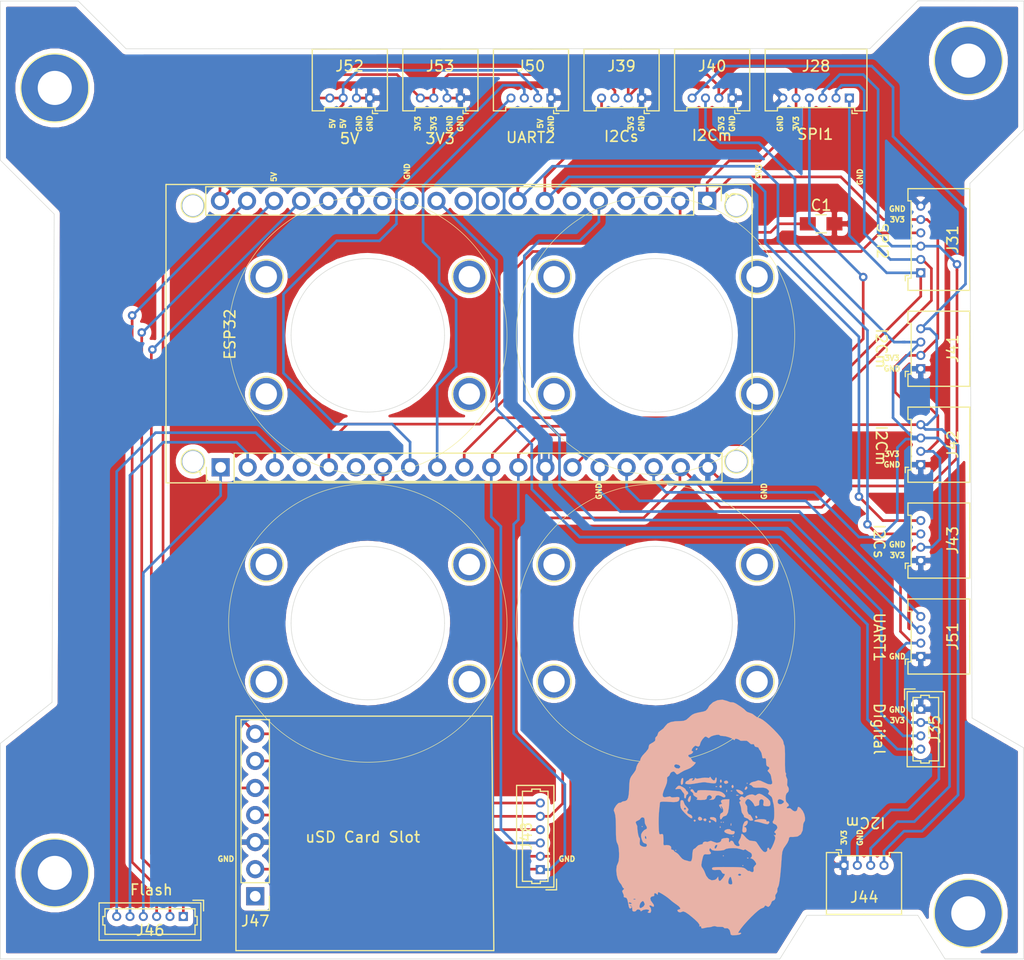
<source format=kicad_pcb>
(kicad_pcb (version 20171130) (host pcbnew "(5.1.2)-2")
  (layers (0 F.Cu signal) (31 B.Cu signal) (34 B.Paste user) (35 F.Paste user) (36 B.SilkS user) (37 F.SilkS user) (38 B.Mask user) (39 F.Mask user) (44 Edge.Cuts user))
  (net 0 "")
  (net 1 GND)
  (net 2 EN)
  (net 3 3V3)
  (net 4 34)
  (net 5 32)
  (net 6 33)
  (net 7 27)
  (net 8 D2)
  (net 9 D3)
  (net 10 CD_CMD)
  (net 11 5V)
  (net 12 23)
  (net 13 22)
  (net 14 TX)
  (net 15 RX)
  (net 16 21)
  (net 17 19)
  (net 18 18)
  (net 19 5)
  (net 20 17)
  (net 21 16)
  (net 22 2)
  (net 23 SD_SATA_1)
  (net 24 SD_DATA_0)
  (net 25 CD_CLK)
  (net 26 "Net-(J47-Pad1)")
  (net 27 "Net-(J3-Pad3)")
  (net 28 "Net-(J3-Pad4)")
  (net 29 "Net-(J3-Pad6)")
  (net 30 "Net-(J3-Pad9)")
  (net 31 "Net-(J3-Pad10)")
  (net 32 "Net-(J3-Pad12)")
  (net 33 "Net-(J3-Pad13)")
  (net 34 "Net-(J3-Pad15)")
  (net 35 "Net-(J6-Pad6)")
  (net 36 4)
  (net 37 "Net-(J6-Pad4)")
  (module Connectors:1pin (layer F.Cu) (at 51.9 64.7)
    (fp_text reference REF**)
    (fp_text value 1pin)
    (pad 1 thru_hole circle (at 0 0) (size 2.2 2.2) (drill 2) (layers *.Cu *.Mask))
  )
  (module Connectors:1pin (layer F.Cu) (at 51.9 40.7)
    (fp_text reference REF**)
    (fp_text value 1pin)
    (pad 1 thru_hole circle (at 0 0) (size 2.2 2.2) (drill 2) (layers *.Cu *.Mask))
  )
  (module Connectors:1pin (layer F.Cu) (at 102.9 64.7)
    (fp_text reference REF**)
    (fp_text value 1pin)
    (pad 1 thru_hole circle (at 0 0) (size 2.2 2.2) (drill 2) (layers *.Cu *.Mask))
  )
  (module Connectors:1pin (layer F.Cu) (at 102.9 40.7)
    (fp_text reference REF**)
    (fp_text value 1pin)
    (pad 1 thru_hole circle (at 0 0) (size 2.2 2.2) (drill 2) (layers *.Cu *.Mask))
  )
  (module Connectors_Molex:Molex_PicoBlade_53048-0410_04x1.25mm_Angled (layer F.Cu) (at 120.2 65 90)
    (fp_text reference J42 (at 1.9 3 90) (layer F.SilkS))
    (fp_text value Conn_01x04_Male)
    (pad 4 thru_hole circle (at 3.75 0 90) (size 0.85 0.85) (drill 0.5) (layers *.Cu *.Mask) (net 16 21))
    (pad 3 thru_hole circle (at 2.5 0 90) (size 0.85 0.85) (drill 0.5) (layers *.Cu *.Mask) (net 13 22))
    (pad 2 thru_hole circle (at 1.25 0 90) (size 0.85 0.85) (drill 0.5) (layers *.Cu *.Mask) (net 3 3V3))
    (pad 1 thru_hole rect (at 0 0 90) (size 0.85 0.85) (drill 0.5) (layers *.Cu *.Mask) (net 1 GND))
  )
  (module Connectors_Molex:Molex_PicoBlade_53047-0410_04x1.25mm_Straight (layer F.Cu) (at 120.2 87.95 270)
    (fp_text reference J35 (at 1.875 -1.3 90) (layer F.SilkS))
    (fp_text value Conn_01x04_Male)
    (pad 4 thru_hole circle (at 3.75 0 270) (size 0.85 0.85) (drill 0.5) (layers *.Cu *.Mask) (net 7 27))
    (pad 3 thru_hole circle (at 2.5 0 270) (size 0.85 0.85) (drill 0.5) (layers *.Cu *.Mask) (net 4 34))
    (pad 2 thru_hole circle (at 1.25 0 270) (size 0.85 0.85) (drill 0.5) (layers *.Cu *.Mask) (net 3 3V3))
    (pad 1 thru_hole rect (at 0 0 270) (size 0.85 0.85) (drill 0.5) (layers *.Cu *.Mask) (net 1 GND))
  )
  (module Connectors_Molex:Molex_PicoBlade_53048-0410_04x1.25mm_Angled (layer F.Cu) (at 94 30.6 180)
    (fp_text reference J39 (at 1.875 3) (layer F.SilkS))
    (fp_text value Conn_01x04_Male)
    (pad 1 thru_hole rect (at 0 0 180) (size 0.85 0.85) (drill 0.5) (layers *.Cu *.Mask) (net 1 GND))
    (pad 2 thru_hole circle (at 1.25 0 180) (size 0.85 0.85) (drill 0.5) (layers *.Cu *.Mask) (net 3 3V3))
    (pad 3 thru_hole circle (at 2.5 0 180) (size 0.85 0.85) (drill 0.5) (layers *.Cu *.Mask) (net 6 33))
    (pad 4 thru_hole circle (at 3.75 0 180) (size 0.85 0.85) (drill 0.5) (layers *.Cu *.Mask) (net 5 32))
  )
  (module L86:Marco_2 (layer B.Cu) (at 99.9 98.2 180)
    (fp_text reference G*** hide)
    (fp_text value LOGO hide)
  )
  (module Connectors:1pin (layer F.Cu) (at 104.840353 85.365848)
    (fp_text reference REF**)
    (fp_text value 1pin)
    (pad 1 thru_hole circle (at 0 0) (size 3 3) (drill 2) (layers *.Cu *.Mask))
  )
  (module Connectors:1pin (layer F.Cu) (at 85.787794 85.365848)
    (fp_text reference REF**)
    (fp_text value 1pin)
    (pad 1 thru_hole circle (at 0 0) (size 3 3) (drill 2) (layers *.Cu *.Mask))
  )
  (module Connectors:1pin (layer F.Cu) (at 85.787794 74.365848)
    (fp_text reference REF**)
    (fp_text value 1pin)
    (pad 1 thru_hole circle (at 0 0) (size 3 3) (drill 2) (layers *.Cu *.Mask))
  )
  (module Connectors:1pin (layer F.Cu) (at 77.840353 74.365848)
    (fp_text reference REF**)
    (fp_text value 1pin)
    (pad 1 thru_hole circle (at 0 0) (size 3 3) (drill 2) (layers *.Cu *.Mask))
  )
  (module Connectors:1pin (layer F.Cu) (at 77.840353 85.365848)
    (fp_text reference REF**)
    (fp_text value 1pin)
    (pad 1 thru_hole circle (at 0 0) (size 3 3) (drill 2) (layers *.Cu *.Mask))
  )
  (module Connectors:1pin (layer F.Cu) (at 58.787794 85.365848)
    (fp_text reference REF**)
    (fp_text value 1pin)
    (pad 1 thru_hole circle (at 0 0) (size 3 3) (drill 2) (layers *.Cu *.Mask))
  )
  (module Connectors:1pin (layer F.Cu) (at 58.787794 74.365848)
    (fp_text reference REF**)
    (fp_text value 1pin)
    (pad 1 thru_hole circle (at 0 0) (size 3 3) (drill 2) (layers *.Cu *.Mask))
  )
  (module Connectors:1pin (layer F.Cu) (at 104.840353 47.365848)
    (fp_text reference REF**)
    (fp_text value 1pin)
    (pad 1 thru_hole circle (at 0 0) (size 3 3) (drill 2) (layers *.Cu *.Mask))
  )
  (module Connectors:1pin (layer F.Cu) (at 104.840353 58.365848)
    (fp_text reference REF**)
    (fp_text value 1pin)
    (pad 1 thru_hole circle (at 0 0) (size 3 3) (drill 2) (layers *.Cu *.Mask))
  )
  (module Connectors:1pin (layer F.Cu) (at 85.787794 58.365848)
    (fp_text reference REF**)
    (fp_text value 1pin)
    (pad 1 thru_hole circle (at 0 0) (size 3 3) (drill 2) (layers *.Cu *.Mask))
  )
  (module Connectors:1pin (layer F.Cu) (at 85.787794 47.365848)
    (fp_text reference REF**)
    (fp_text value 1pin)
    (pad 1 thru_hole circle (at 0 0) (size 3 3) (drill 2) (layers *.Cu *.Mask))
  )
  (module Connectors:1pin (layer F.Cu) (at 77.840353 47.365848)
    (fp_text reference REF**)
    (fp_text value 1pin)
    (pad 1 thru_hole circle (at 0 0) (size 3 3) (drill 2) (layers *.Cu *.Mask))
  )
  (module Connectors:1pin (layer F.Cu) (at 77.840353 58.365848)
    (fp_text reference REF**)
    (fp_text value 1pin)
    (pad 1 thru_hole circle (at 0 0) (size 3 3) (drill 2) (layers *.Cu *.Mask))
  )
  (module Connectors:1pin (layer F.Cu) (at 58.787794 58.365848)
    (fp_text reference REF**)
    (fp_text value 1pin)
    (pad 1 thru_hole circle (at 0 0) (size 3 3) (drill 2) (layers *.Cu *.Mask))
  )
  (module Connectors:1pin (layer F.Cu) (at 58.787794 47.365848)
    (fp_text reference REF**)
    (fp_text value 1pin)
    (pad 1 thru_hole circle (at 0 0) (size 3 3) (drill 2) (layers *.Cu *.Mask))
  )
  (module Connectors:1pin (layer F.Cu) (at 104.840353 74.365848)
    (fp_text reference REF**)
    (fp_text value 1pin)
    (pad 1 thru_hole circle (at 0 0) (size 3 3) (drill 2) (layers *.Cu *.Mask))
  )
  (module Capacitors_SMD:C_0805_HandSoldering (layer F.Cu) (at 110.85 42.4)
    (fp_text reference C1 (at 0 -1.75) (layer F.SilkS))
    (fp_text value 10uF)
    (pad 2 smd rect (at 1.25 0) (size 1.5 1.25) (layers F.Cu F.Paste F.Mask) (net 1 GND))
    (pad 1 smd rect (at -1.25 0) (size 1.5 1.25) (layers F.Cu F.Paste F.Mask) (net 2 EN))
  )
  (module Connectors_Molex:Molex_PicoBlade_53048-0410_04x1.25mm_Angled (layer F.Cu) (at 120.2 74 90)
    (fp_text reference J43 (at 1.9 3 90) (layer F.SilkS))
    (fp_text value Conn_01x04_Male)
    (pad 1 thru_hole rect (at 0 0 90) (size 0.85 0.85) (drill 0.5) (layers *.Cu *.Mask) (net 1 GND))
    (pad 2 thru_hole circle (at 1.25 0 90) (size 0.85 0.85) (drill 0.5) (layers *.Cu *.Mask) (net 3 3V3))
    (pad 3 thru_hole circle (at 2.5 0 90) (size 0.85 0.85) (drill 0.5) (layers *.Cu *.Mask) (net 6 33))
    (pad 4 thru_hole circle (at 3.75 0 90) (size 0.85 0.85) (drill 0.5) (layers *.Cu *.Mask) (net 5 32))
  )
  (module Connectors:1pin (layer F.Cu) (at 38.94 29.65)
    (fp_text reference REF** hide)
    (fp_text value 1pin)
    (pad 1 thru_hole circle (at 0 0) (size 6.4 6.4) (drill 3.2) (layers *.Cu *.Mask))
  )
  (module Connectors:1pin (layer F.Cu) (at 38.94 103.31)
    (fp_text reference REF** hide)
    (fp_text value 1pin)
    (pad 1 thru_hole circle (at 0 0) (size 6.4 6.4) (drill 3.2) (layers *.Cu *.Mask))
  )
  (module Connectors:1pin (layer F.Cu) (at 124.67 27.09)
    (fp_text reference REF** hide)
    (fp_text value 1pin)
    (pad 1 thru_hole circle (at 0 0) (size 6.4 6.4) (drill 3.2) (layers *.Cu *.Mask))
  )
  (module Connectors:1pin (layer F.Cu) (at 124.66 107.1)
    (fp_text reference REF** hide)
    (fp_text value 1pin)
    (pad 1 thru_hole circle (at 0 0) (size 6.4 6.4) (drill 3.2) (layers *.Cu *.Mask))
  )
  (module Pin_Headers:Pin_Header_Straight_1x19_Pitch2.54mm (layer F.Cu) (at 100.16 40.25 270)
    (fp_text reference J3 (at 0 -2.33 90) (layer F.SilkS))
    (fp_text value Conn_01x19_Female)
    (pad 1 thru_hole rect (at 0 0 270) (size 1.7 1.7) (drill 1) (layers *.Cu *.Mask) (net 3 3V3))
    (pad 2 thru_hole oval (at 0 2.54 270) (size 1.7 1.7) (drill 1) (layers *.Cu *.Mask) (net 2 EN))
    (pad 3 thru_hole oval (at 0 5.08 270) (size 1.7 1.7) (drill 1) (layers *.Cu *.Mask) (net 27 "Net-(J3-Pad3)"))
    (pad 4 thru_hole oval (at 0 7.62 270) (size 1.7 1.7) (drill 1) (layers *.Cu *.Mask) (net 28 "Net-(J3-Pad4)"))
    (pad 5 thru_hole oval (at 0 10.16 270) (size 1.7 1.7) (drill 1) (layers *.Cu *.Mask) (net 4 34))
    (pad 6 thru_hole oval (at 0 12.7 270) (size 1.7 1.7) (drill 1) (layers *.Cu *.Mask) (net 29 "Net-(J3-Pad6)"))
    (pad 7 thru_hole oval (at 0 15.24 270) (size 1.7 1.7) (drill 1) (layers *.Cu *.Mask) (net 5 32))
    (pad 8 thru_hole oval (at 0 17.78 270) (size 1.7 1.7) (drill 1) (layers *.Cu *.Mask) (net 6 33))
    (pad 9 thru_hole oval (at 0 20.32 270) (size 1.7 1.7) (drill 1) (layers *.Cu *.Mask) (net 30 "Net-(J3-Pad9)"))
    (pad 10 thru_hole oval (at 0 22.86 270) (size 1.7 1.7) (drill 1) (layers *.Cu *.Mask) (net 31 "Net-(J3-Pad10)"))
    (pad 11 thru_hole oval (at 0 25.4 270) (size 1.7 1.7) (drill 1) (layers *.Cu *.Mask) (net 7 27))
    (pad 12 thru_hole oval (at 0 27.94 270) (size 1.7 1.7) (drill 1) (layers *.Cu *.Mask) (net 32 "Net-(J3-Pad12)"))
    (pad 13 thru_hole oval (at 0 30.48 270) (size 1.7 1.7) (drill 1) (layers *.Cu *.Mask) (net 33 "Net-(J3-Pad13)"))
    (pad 14 thru_hole oval (at 0 33.02 270) (size 1.7 1.7) (drill 1) (layers *.Cu *.Mask) (net 1 GND))
    (pad 15 thru_hole oval (at 0 35.56 270) (size 1.7 1.7) (drill 1) (layers *.Cu *.Mask) (net 34 "Net-(J3-Pad15)"))
    (pad 16 thru_hole oval (at 0 38.1 270) (size 1.7 1.7) (drill 1) (layers *.Cu *.Mask) (net 8 D2))
    (pad 17 thru_hole oval (at 0 40.64 270) (size 1.7 1.7) (drill 1) (layers *.Cu *.Mask) (net 9 D3))
    (pad 18 thru_hole oval (at 0 43.18 270) (size 1.7 1.7) (drill 1) (layers *.Cu *.Mask) (net 10 CD_CMD))
    (pad 19 thru_hole oval (at 0 45.72 270) (size 1.7 1.7) (drill 1) (layers *.Cu *.Mask) (net 11 5V))
  )
  (module Pin_Headers:Pin_Header_Straight_1x19_Pitch2.54mm (layer F.Cu) (at 54.5 65.25 90)
    (fp_text reference J6 (at 0 -2.33 90) (layer F.SilkS))
    (fp_text value Conn_01x19_Female)
    (pad 19 thru_hole oval (at 0 45.72 90) (size 1.7 1.7) (drill 1) (layers *.Cu *.Mask) (net 1 GND))
    (pad 18 thru_hole oval (at 0 43.18 90) (size 1.7 1.7) (drill 1) (layers *.Cu *.Mask) (net 12 23))
    (pad 17 thru_hole oval (at 0 40.64 90) (size 1.7 1.7) (drill 1) (layers *.Cu *.Mask) (net 13 22))
    (pad 16 thru_hole oval (at 0 38.1 90) (size 1.7 1.7) (drill 1) (layers *.Cu *.Mask) (net 14 TX))
    (pad 15 thru_hole oval (at 0 35.56 90) (size 1.7 1.7) (drill 1) (layers *.Cu *.Mask) (net 15 RX))
    (pad 14 thru_hole oval (at 0 33.02 90) (size 1.7 1.7) (drill 1) (layers *.Cu *.Mask) (net 16 21))
    (pad 13 thru_hole oval (at 0 30.48 90) (size 1.7 1.7) (drill 1) (layers *.Cu *.Mask) (net 1 GND))
    (pad 12 thru_hole oval (at 0 27.94 90) (size 1.7 1.7) (drill 1) (layers *.Cu *.Mask) (net 17 19))
    (pad 11 thru_hole oval (at 0 25.4 90) (size 1.7 1.7) (drill 1) (layers *.Cu *.Mask) (net 18 18))
    (pad 10 thru_hole oval (at 0 22.86 90) (size 1.7 1.7) (drill 1) (layers *.Cu *.Mask) (net 19 5))
    (pad 9 thru_hole oval (at 0 20.32 90) (size 1.7 1.7) (drill 1) (layers *.Cu *.Mask) (net 20 17))
    (pad 8 thru_hole oval (at 0 17.78 90) (size 1.7 1.7) (drill 1) (layers *.Cu *.Mask) (net 21 16))
    (pad 7 thru_hole oval (at 0 15.24 90) (size 1.7 1.7) (drill 1) (layers *.Cu *.Mask) (net 36 4))
    (pad 6 thru_hole oval (at 0 12.7 90) (size 1.7 1.7) (drill 1) (layers *.Cu *.Mask) (net 35 "Net-(J6-Pad6)"))
    (pad 5 thru_hole oval (at 0 10.16 90) (size 1.7 1.7) (drill 1) (layers *.Cu *.Mask) (net 22 2))
    (pad 4 thru_hole oval (at 0 7.62 90) (size 1.7 1.7) (drill 1) (layers *.Cu *.Mask) (net 37 "Net-(J6-Pad4)"))
    (pad 3 thru_hole oval (at 0 5.08 90) (size 1.7 1.7) (drill 1) (layers *.Cu *.Mask) (net 23 SD_SATA_1))
    (pad 2 thru_hole oval (at 0 2.54 90) (size 1.7 1.7) (drill 1) (layers *.Cu *.Mask) (net 24 SD_DATA_0))
    (pad 1 thru_hole rect (at 0 0 90) (size 1.7 1.7) (drill 1) (layers *.Cu *.Mask) (net 25 CD_CLK))
  )
  (module Connectors_Molex:Molex_PicoBlade_53047-0610_06x1.25mm_Straight (layer F.Cu) (at 51 107.4 180)
    (fp_text reference J46 (at 3.1 -1.3) (layer F.SilkS))
    (fp_text value Conn_01x06_Male)
    (pad 6 thru_hole circle (at 6.25 0 180) (size 0.85 0.85) (drill 0.5) (layers *.Cu *.Mask) (net 23 SD_SATA_1))
    (pad 5 thru_hole circle (at 5 0 180) (size 0.85 0.85) (drill 0.5) (layers *.Cu *.Mask) (net 24 SD_DATA_0))
    (pad 4 thru_hole circle (at 3.75 0 180) (size 0.85 0.85) (drill 0.5) (layers *.Cu *.Mask) (net 25 CD_CLK))
    (pad 3 thru_hole circle (at 2.5 0 180) (size 0.85 0.85) (drill 0.5) (layers *.Cu *.Mask) (net 10 CD_CMD))
    (pad 2 thru_hole circle (at 1.25 0 180) (size 0.85 0.85) (drill 0.5) (layers *.Cu *.Mask) (net 9 D3))
    (pad 1 thru_hole rect (at 0 0 180) (size 0.85 0.85) (drill 0.5) (layers *.Cu *.Mask) (net 8 D2))
  )
  (module Pin_Headers:Pin_Header_Straight_1x07_Pitch2.54mm (layer F.Cu) (at 57.75 105.5 180)
    (fp_text reference J47 (at 0 -2.33) (layer F.SilkS))
    (fp_text value Conn_01x07_Male)
    (pad 1 thru_hole rect (at 0 0 180) (size 1.7 1.7) (drill 1) (layers *.Cu *.Mask) (net 26 "Net-(J47-Pad1)"))
    (pad 2 thru_hole oval (at 0 2.54 180) (size 1.7 1.7) (drill 1) (layers *.Cu *.Mask) (net 17 19))
    (pad 3 thru_hole oval (at 0 5.08 180) (size 1.7 1.7) (drill 1) (layers *.Cu *.Mask) (net 1 GND))
    (pad 4 thru_hole oval (at 0 7.62 180) (size 1.7 1.7) (drill 1) (layers *.Cu *.Mask) (net 18 18))
    (pad 5 thru_hole oval (at 0 10.16 180) (size 1.7 1.7) (drill 1) (layers *.Cu *.Mask) (net 3 3V3))
    (pad 6 thru_hole oval (at 0 12.7 180) (size 1.7 1.7) (drill 1) (layers *.Cu *.Mask) (net 12 23))
    (pad 7 thru_hole oval (at 0 15.24 180) (size 1.7 1.7) (drill 1) (layers *.Cu *.Mask) (net 36 4))
  )
  (module Connectors_Molex:Molex_PicoBlade_53047-0610_06x1.25mm_Straight (layer F.Cu) (at 84.5 103 90)
    (fp_text reference J48 (at 3.125 -1.3 90) (layer F.SilkS))
    (fp_text value Conn_01x06_Male)
    (pad 1 thru_hole rect (at 0 0 90) (size 0.85 0.85) (drill 0.5) (layers *.Cu *.Mask) (net 17 19))
    (pad 2 thru_hole circle (at 1.25 0 90) (size 0.85 0.85) (drill 0.5) (layers *.Cu *.Mask) (net 1 GND))
    (pad 3 thru_hole circle (at 2.5 0 90) (size 0.85 0.85) (drill 0.5) (layers *.Cu *.Mask) (net 18 18))
    (pad 4 thru_hole circle (at 3.75 0 90) (size 0.85 0.85) (drill 0.5) (layers *.Cu *.Mask) (net 3 3V3))
    (pad 5 thru_hole circle (at 5 0 90) (size 0.85 0.85) (drill 0.5) (layers *.Cu *.Mask) (net 12 23))
    (pad 6 thru_hole circle (at 6.25 0 90) (size 0.85 0.85) (drill 0.5) (layers *.Cu *.Mask) (net 36 4))
  )
  (module Connectors_Molex:Molex_PicoBlade_53048-0410_04x1.25mm_Angled (layer F.Cu) (at 102.5 30.6 180)
    (fp_text reference J40 (at 1.875 3) (layer F.SilkS))
    (fp_text value Conn_01x04_Male)
    (pad 4 thru_hole circle (at 3.75 0 180) (size 0.85 0.85) (drill 0.5) (layers *.Cu *.Mask) (net 16 21))
    (pad 3 thru_hole circle (at 2.5 0 180) (size 0.85 0.85) (drill 0.5) (layers *.Cu *.Mask) (net 13 22))
    (pad 2 thru_hole circle (at 1.25 0 180) (size 0.85 0.85) (drill 0.5) (layers *.Cu *.Mask) (net 3 3V3))
    (pad 1 thru_hole rect (at 0 0 180) (size 0.85 0.85) (drill 0.5) (layers *.Cu *.Mask) (net 1 GND))
  )
  (module Connectors_Molex:Molex_PicoBlade_53048-0410_04x1.25mm_Angled (layer F.Cu) (at 120.2 56 90)
    (fp_text reference J41 (at 1.875 3 90) (layer F.SilkS))
    (fp_text value Conn_01x04_Male)
    (pad 1 thru_hole rect (at 0 0 90) (size 0.85 0.85) (drill 0.5) (layers *.Cu *.Mask) (net 1 GND))
    (pad 2 thru_hole circle (at 1.25 0 90) (size 0.85 0.85) (drill 0.5) (layers *.Cu *.Mask) (net 3 3V3))
    (pad 3 thru_hole circle (at 2.5 0 90) (size 0.85 0.85) (drill 0.5) (layers *.Cu *.Mask) (net 13 22))
    (pad 4 thru_hole circle (at 3.75 0 90) (size 0.85 0.85) (drill 0.5) (layers *.Cu *.Mask) (net 16 21))
  )
  (module Connectors_Molex:Molex_PicoBlade_53048-0610_06x1.25mm_Angled (layer F.Cu) (at 113.5 30.6 180)
    (fp_text reference J28 (at 3.125 3) (layer F.SilkS))
    (fp_text value Conn_01x06_Male)
    (pad 1 thru_hole rect (at 0 0 180) (size 0.85 0.85) (drill 0.5) (layers *.Cu *.Mask) (net 18 18))
    (pad 2 thru_hole circle (at 1.25 0 180) (size 0.85 0.85) (drill 0.5) (layers *.Cu *.Mask) (net 17 19))
    (pad 3 thru_hole circle (at 2.5 0 180) (size 0.85 0.85) (drill 0.5) (layers *.Cu *.Mask) (net 12 23))
    (pad 4 thru_hole circle (at 3.75 0 180) (size 0.85 0.85) (drill 0.5) (layers *.Cu *.Mask) (net 19 5))
    (pad 5 thru_hole circle (at 5 0 180) (size 0.85 0.85) (drill 0.5) (layers *.Cu *.Mask) (net 3 3V3))
    (pad 6 thru_hole circle (at 6.25 0 180) (size 0.85 0.85) (drill 0.5) (layers *.Cu *.Mask) (net 1 GND))
  )
  (module Connectors_Molex:Molex_PicoBlade_53048-0610_06x1.25mm_Angled (layer F.Cu) (at 120.2 47 90)
    (fp_text reference J31 (at 3.125 3 90) (layer F.SilkS))
    (fp_text value Conn_01x06_Male)
    (pad 6 thru_hole circle (at 6.25 0 90) (size 0.85 0.85) (drill 0.5) (layers *.Cu *.Mask) (net 1 GND))
    (pad 5 thru_hole circle (at 5 0 90) (size 0.85 0.85) (drill 0.5) (layers *.Cu *.Mask) (net 3 3V3))
    (pad 4 thru_hole circle (at 3.75 0 90) (size 0.85 0.85) (drill 0.5) (layers *.Cu *.Mask) (net 22 2))
    (pad 3 thru_hole circle (at 2.5 0 90) (size 0.85 0.85) (drill 0.5) (layers *.Cu *.Mask) (net 12 23))
    (pad 2 thru_hole circle (at 1.25 0 90) (size 0.85 0.85) (drill 0.5) (layers *.Cu *.Mask) (net 17 19))
    (pad 1 thru_hole rect (at 0 0 90) (size 0.85 0.85) (drill 0.5) (layers *.Cu *.Mask) (net 18 18))
  )
  (module Connectors_Molex:Molex_PicoBlade_53048-0410_04x1.25mm_Angled (layer F.Cu) (at 113 102.6)
    (fp_text reference J44 (at 1.9 3) (layer F.SilkS))
    (fp_text value Conn_01x04_Male)
    (pad 4 thru_hole circle (at 3.75 0) (size 0.85 0.85) (drill 0.5) (layers *.Cu *.Mask) (net 16 21))
    (pad 3 thru_hole circle (at 2.5 0) (size 0.85 0.85) (drill 0.5) (layers *.Cu *.Mask) (net 13 22))
    (pad 2 thru_hole circle (at 1.25 0) (size 0.85 0.85) (drill 0.5) (layers *.Cu *.Mask) (net 3 3V3))
    (pad 1 thru_hole rect (at 0 0) (size 0.85 0.85) (drill 0.5) (layers *.Cu *.Mask) (net 1 GND))
  )
  (module Connectors_Molex:Molex_PicoBlade_53048-0410_04x1.25mm_Angled (layer F.Cu) (at 85.5 30.6 180)
    (fp_text reference J50 (at 1.875 3) (layer F.SilkS))
    (fp_text value Conn_01x04_Male)
    (pad 1 thru_hole rect (at 0 0 180) (size 0.85 0.85) (drill 0.5) (layers *.Cu *.Mask) (net 1 GND))
    (pad 2 thru_hole circle (at 1.25 0 180) (size 0.85 0.85) (drill 0.5) (layers *.Cu *.Mask) (net 11 5V))
    (pad 3 thru_hole circle (at 2.5 0 180) (size 0.85 0.85) (drill 0.5) (layers *.Cu *.Mask) (net 21 16))
    (pad 4 thru_hole circle (at 3.75 0 180) (size 0.85 0.85) (drill 0.5) (layers *.Cu *.Mask) (net 20 17))
  )
  (module Connectors_Molex:Molex_PicoBlade_53048-0410_04x1.25mm_Angled (layer F.Cu) (at 120.2 83 90)
    (fp_text reference J51 (at 1.875 3 90) (layer F.SilkS))
    (fp_text value Conn_01x04_Male)
    (pad 4 thru_hole circle (at 3.75 0 90) (size 0.85 0.85) (drill 0.5) (layers *.Cu *.Mask) (net 14 TX))
    (pad 3 thru_hole circle (at 2.5 0 90) (size 0.85 0.85) (drill 0.5) (layers *.Cu *.Mask) (net 15 RX))
    (pad 2 thru_hole circle (at 1.25 0 90) (size 0.85 0.85) (drill 0.5) (layers *.Cu *.Mask) (net 3 3V3))
    (pad 1 thru_hole rect (at 0 0 90) (size 0.85 0.85) (drill 0.5) (layers *.Cu *.Mask) (net 1 GND))
  )
  (module Connectors_Molex:Molex_PicoBlade_53048-0410_04x1.25mm_Angled (layer F.Cu) (at 68.5 30.6 180)
    (fp_text reference J52 (at 1.9 3) (layer F.SilkS))
    (fp_text value Conn_01x04_Male)
    (pad 1 thru_hole rect (at 0 0 180) (size 0.85 0.85) (drill 0.5) (layers *.Cu *.Mask) (net 1 GND))
    (pad 2 thru_hole circle (at 1.25 0 180) (size 0.85 0.85) (drill 0.5) (layers *.Cu *.Mask) (net 1 GND))
    (pad 3 thru_hole circle (at 2.5 0 180) (size 0.85 0.85) (drill 0.5) (layers *.Cu *.Mask) (net 11 5V))
    (pad 4 thru_hole circle (at 3.75 0 180) (size 0.85 0.85) (drill 0.5) (layers *.Cu *.Mask) (net 11 5V))
  )
  (module Connectors_Molex:Molex_PicoBlade_53048-0410_04x1.25mm_Angled (layer F.Cu) (at 77 30.6 180)
    (fp_text reference J53 (at 1.9 3) (layer F.SilkS))
    (fp_text value Conn_01x04_Male)
    (pad 4 thru_hole circle (at 3.75 0 180) (size 0.85 0.85) (drill 0.5) (layers *.Cu *.Mask) (net 3 3V3))
    (pad 3 thru_hole circle (at 2.5 0 180) (size 0.85 0.85) (drill 0.5) (layers *.Cu *.Mask) (net 3 3V3))
    (pad 2 thru_hole circle (at 1.25 0 180) (size 0.85 0.85) (drill 0.5) (layers *.Cu *.Mask) (net 1 GND))
    (pad 1 thru_hole rect (at 0 0 180) (size 0.85 0.85) (drill 0.5) (layers *.Cu *.Mask) (net 1 GND))
  )
  (gr_text Flash (at 48 104.9) (layer F.SilkS) (effects (font (size 1 1))))
  (gr_text "I2Cm\n" (at 115 98.6 180) (layer F.SilkS) (effects (font (size 1 1))))
  (gr_text Digital (at 116.3 89.8 270) (layer F.SilkS) (effects (font (size 1 1))))
  (gr_text "UART1\n" (at 116.3 81.2 270) (layer F.SilkS) (effects (font (size 1 1))))
  (gr_text "I2Cs\n" (at 116.3 72.2 270) (layer F.SilkS) (effects (font (size 1 1))))
  (gr_text I2Cm (at 116.5 63.2 270) (layer F.SilkS) (effects (font (size 1 1))))
  (gr_text I2Cm (at 116.5 54.1 270) (layer F.SilkS) (effects (font (size 1 1))))
  (gr_text SPI2 (at 116.6 44 270) (layer F.SilkS) (effects (font (size 1 1))))
  (gr_text "SPI1\n" (at 110.3 34) (layer F.SilkS) (effects (font (size 1 1))))
  (gr_text "I2Cm\n" (at 100.6 34.1) (layer F.SilkS) (effects (font (size 1 1))))
  (gr_text I2Cs (at 92.1 34.2) (layer F.SilkS) (effects (font (size 1 1))))
  (gr_text UART2 (at 83.6 34.3) (layer F.SilkS) (effects (font (size 1 1))))
  (gr_text "3V3\n" (at 75.1 34.4) (layer F.SilkS) (effects (font (size 1 1))))
  (gr_text "5V\n" (at 66.6 34.4) (layer F.SilkS) (effects (font (size 1 1))))
  (gr_arc (start 68.314074 52.865848) (end 75.514074 52.865848) (angle -90) (layer Edge.Cuts) (width 0.05))
  (gr_arc (start 68.314074 52.865848) (end 68.314074 60.065848) (angle -90) (layer Edge.Cuts) (width 0.05))
  (gr_arc (start 68.314074 52.865848) (end 61.114074 52.865848) (angle -90) (layer Edge.Cuts) (width 0.05))
  (gr_arc (start 68.314074 52.865848) (end 68.314074 45.665848) (angle -90) (layer Edge.Cuts) (width 0.05))
  (gr_arc (start 95.314074 79.865848) (end 102.514074 79.865848) (angle -90) (layer Edge.Cuts) (width 0.05))
  (gr_arc (start 95.314074 79.865848) (end 95.314074 87.065848) (angle -90) (layer Edge.Cuts) (width 0.05))
  (gr_arc (start 95.314074 79.865848) (end 88.114074 79.865848) (angle -90) (layer Edge.Cuts) (width 0.05))
  (gr_arc (start 95.314074 79.865848) (end 95.314074 72.665848) (angle -90) (layer Edge.Cuts) (width 0.05))
  (gr_arc (start 95.314074 52.865848) (end 95.314074 45.665848) (angle -90) (layer Edge.Cuts) (width 0.05))
  (gr_arc (start 95.314074 52.865848) (end 88.114074 52.865848) (angle -90) (layer Edge.Cuts) (width 0.05))
  (gr_arc (start 95.314074 52.865848) (end 95.314074 60.065848) (angle -90) (layer Edge.Cuts) (width 0.05))
  (gr_arc (start 95.314074 52.865848) (end 102.514074 52.865848) (angle -90) (layer Edge.Cuts) (width 0.05))
  (gr_arc (start 68.314074 79.865848) (end 75.514074 79.865848) (angle -90) (layer Edge.Cuts) (width 0.05))
  (gr_arc (start 68.314074 79.865848) (end 68.314074 87.065848) (angle -90) (layer Edge.Cuts) (width 0.05))
  (gr_arc (start 68.314074 79.865848) (end 61.114074 79.865848) (angle -90) (layer Edge.Cuts) (width 0.05))
  (gr_arc (start 68.314074 79.865848) (end 68.314074 72.665848) (angle -90) (layer Edge.Cuts) (width 0.05))
  (gr_text "uSD Card Slot" (at 67.84 99.95) (layer F.SilkS) (effects (font (size 1 1))))
  (gr_text "5V\n" (at 59.5 38 90) (layer F.SilkS) (effects (font (size 0.5 0.5) (thickness 0.125))))
  (gr_text "5V\n" (at 84.5 33 90) (layer F.SilkS) (effects (font (size 0.5 0.5) (thickness 0.125))))
  (gr_text "5V\n" (at 65 33 90) (layer F.SilkS) (effects (font (size 0.5 0.5) (thickness 0.125))))
  (gr_text "5V\n" (at 66 33 90) (layer F.SilkS) (effects (font (size 0.5 0.5) (thickness 0.125))))
  (gr_text 3V3 (at 105 37.5 90) (layer F.SilkS) (effects (font (size 0.5 0.5) (thickness 0.125))))
  (gr_text 3V3 (at 113 100 90) (layer F.SilkS) (effects (font (size 0.5 0.5) (thickness 0.125))))
  (gr_text 3V3 (at 118 89) (layer F.SilkS) (effects (font (size 0.5 0.5) (thickness 0.125))))
  (gr_text GND (at 118 72.5) (layer F.SilkS) (effects (font (size 0.5 0.5) (thickness 0.125))))
  (gr_text 3V3 (at 118 73.5) (layer F.SilkS) (effects (font (size 0.5 0.5) (thickness 0.125))))
  (gr_text 3V3 (at 117.5 64) (layer F.SilkS) (effects (font (size 0.5 0.5) (thickness 0.125))))
  (gr_text 3V3 (at 117.5 55) (layer F.SilkS) (effects (font (size 0.5 0.5) (thickness 0.125))))
  (gr_text 3V3 (at 118 42) (layer F.SilkS) (effects (font (size 0.5 0.5) (thickness 0.125))))
  (gr_text 3V3 (at 108.5 33 90) (layer F.SilkS) (effects (font (size 0.5 0.5) (thickness 0.125))))
  (gr_text 3V3 (at 101.5 33 90) (layer F.SilkS) (effects (font (size 0.5 0.5) (thickness 0.125))))
  (gr_text 3V3 (at 93 33 90) (layer F.SilkS) (effects (font (size 0.5 0.5) (thickness 0.125))))
  (gr_text GND (at 67.5 33 90) (layer F.SilkS) (effects (font (size 0.5 0.5) (thickness 0.125))))
  (gr_text GND (at 76 33 90) (layer F.SilkS) (effects (font (size 0.5 0.5) (thickness 0.125))))
  (gr_text 3V3 (at 74.5 33 90) (layer F.SilkS) (effects (font (size 0.5 0.5) (thickness 0.125))))
  (gr_text 3V3 (at 73 33 90) (layer F.SilkS) (effects (font (size 0.5 0.5) (thickness 0.125))))
  (gr_text GND (at 114.5 38 90) (layer F.SilkS) (effects (font (size 0.5 0.5) (thickness 0.125))))
  (gr_text GND (at 118 41) (layer F.SilkS) (effects (font (size 0.5 0.5) (thickness 0.125))))
  (gr_text GND (at 117.5 56) (layer F.SilkS) (effects (font (size 0.5 0.5) (thickness 0.125))))
  (gr_text GND (at 117.5 65) (layer F.SilkS) (effects (font (size 0.5 0.5) (thickness 0.125))))
  (gr_text GND (at 118 83) (layer F.SilkS) (effects (font (size 0.5 0.5) (thickness 0.125))))
  (gr_text GND (at 118 88) (layer F.SilkS) (effects (font (size 0.5 0.5) (thickness 0.125))))
  (gr_text GND (at 114.5 100 90) (layer F.SilkS) (effects (font (size 0.5 0.5) (thickness 0.125))))
  (gr_text GND (at 87 102) (layer F.SilkS) (effects (font (size 0.5 0.5) (thickness 0.125))))
  (gr_text GND (at 55 102) (layer F.SilkS) (effects (font (size 0.5 0.5) (thickness 0.125))))
  (gr_text GND (at 90 67.5 90) (layer F.SilkS) (effects (font (size 0.5 0.5) (thickness 0.125))))
  (gr_text GND (at 105.5 67.5 90) (layer F.SilkS) (effects (font (size 0.5 0.5) (thickness 0.125))))
  (gr_text GND (at 72 37.5 90) (layer F.SilkS) (effects (font (size 0.5 0.5) (thickness 0.125))))
  (gr_text GND (at 68.5 33 90) (layer F.SilkS) (effects (font (size 0.5 0.5) (thickness 0.125))))
  (gr_text GND (at 77 33 90) (layer F.SilkS) (effects (font (size 0.5 0.5) (thickness 0.125))))
  (gr_text GND (at 85.5 33 90) (layer F.SilkS) (effects (font (size 0.5 0.5) (thickness 0.125))))
  (gr_text GND (at 94 33 90) (layer F.SilkS) (effects (font (size 0.5 0.5) (thickness 0.125))))
  (gr_text GND (at 102.5 33 90) (layer F.SilkS) (effects (font (size 0.5 0.5) (thickness 0.125))))
  (gr_text GND (at 107 33 90) (layer F.SilkS) (effects (font (size 0.5 0.5) (thickness 0.125))))
  (gr_line (start 125.016 88.774) (end 124.8128 38.609) (layer Edge.Cuts) (width 0.05))
  (gr_line (start 119.92 21.48) (end 129.8674 21.5) (layer Edge.Cuts) (width 0.05))
  (gr_line (start 115.43 25.960001) (end 45.63 25.980001) (layer Edge.Cuts) (width 0.05))
  (gr_text ESP32 (at 55.38 52.76 90) (layer F.SilkS) (effects (font (size 1 1))))
  (gr_line (start 55.94 88.6) (end 79.94 88.6) (layer F.SilkS) (width 0.12))
  (gr_line (start 55.94 110.6) (end 55.94 88.6) (layer F.SilkS) (width 0.12))
  (gr_line (start 80.14 110.6) (end 79.94 88.6) (layer F.SilkS) (width 0.12))
  (gr_line (start 55.94 110.6) (end 80.14 110.6) (layer F.SilkS) (width 0.12))
  (gr_line (start 33.83 36.43) (end 33.83 21.5) (layer Edge.Cuts) (width 0.05))
  (gr_line (start 33.83 111.380001) (end 33.83 91.16) (layer Edge.Cuts) (width 0.05))
  (gr_line (start 38.6814 87.2992) (end 38.8846 41.4846) (layer Edge.Cuts) (width 0.05))
  (gr_line (start 38.8846 41.4846) (end 33.83 36.43) (layer Edge.Cuts) (width 0.05))
  (gr_line (start 33.83 91.16) (end 38.6814 87.2992) (layer Edge.Cuts) (width 0.05))
  (gr_line (start 104.375 66.71) (end 49.375 66.71) (layer F.SilkS) (width 0.12))
  (gr_line (start 49.375 38.71) (end 49.375 66.71) (layer F.SilkS) (width 0.12))
  (gr_line (start 49.375 38.71) (end 104.375 38.71) (layer F.SilkS) (width 0.12))
  (gr_line (start 104.375 66.71) (end 104.375 38.71) (layer F.SilkS) (width 0.12))
  (gr_line (start 124.8128 38.609) (end 129.8674 33.5544) (layer Edge.Cuts) (width 0.05))
  (gr_line (start 129.8674 33.5544) (end 129.8674 21.5) (layer Edge.Cuts) (width 0.05))
  (gr_line (start 106.982 111.380001) (end 109.53 107.284001) (layer Edge.Cuts) (width 0.05))
  (gr_line (start 41.15 21.5) (end 33.83 21.5) (layer Edge.Cuts) (width 0.05))
  (gr_line (start 129.842 111.380001) (end 129.842 91.568) (layer Edge.Cuts) (width 0.05))
  (gr_line (start 119.92 107.284001) (end 122.476 111.380001) (layer Edge.Cuts) (width 0.05))
  (gr_line (start 129.842 91.568) (end 125.016 88.774) (layer Edge.Cuts) (width 0.05))
  (gr_line (start 33.83 111.380001) (end 106.982 111.380001) (layer Edge.Cuts) (width 0.05))
  (gr_line (start 109.53 107.284001) (end 119.92 107.284001) (layer Edge.Cuts) (width 0.05))
  (gr_line (start 119.92 21.48) (end 115.43 25.960001) (layer Edge.Cuts) (width 0.05))
  (gr_line (start 122.476 111.380001) (end 129.842 111.380001) (layer Edge.Cuts) (width 0.05))
  (gr_line (start 45.63 25.980001) (end 41.15 21.5) (layer Edge.Cuts) (width 0.05))
  (gr_circle (center 95.314074 79.865848) (end 108.375119 79.865848) (layer F.SilkS) (width 0.05))
  (gr_circle (center 68.314074 79.865848) (end 81.375119 79.865848) (layer F.SilkS) (width 0.05))
  (gr_circle (center 95.314074 52.865848) (end 108.375119 52.865848) (layer F.SilkS) (width 0.05))
  (gr_circle (center 68.314074 52.865848) (end 81.375119 52.865848) (layer F.SilkS) (width 0.05))
  (segment (start 60.42 100.42) (end 57.75 100.42) (width 0.25) (layer F.Cu) (net 1))
  (segment (start 84.5 101.75) (end 61.75 101.75) (width 0.25) (layer F.Cu) (net 1))
  (segment (start 61.75 101.75) (end 60.42 100.42) (width 0.25) (layer F.Cu) (net 1))
  (segment (start 120 74) (end 120 74.1) (width 0.25) (layer F.Cu) (net 1))
  (segment (start 67.25 30.6) (end 68.5 30.6) (width 0.25) (layer F.Cu) (net 1))
  (segment (start 85.10104 101.75) (end 84.5 101.75) (width 0.25) (layer F.Cu) (net 1))
  (segment (start 111.475 101.75) (end 85.10104 101.75) (width 0.25) (layer F.Cu) (net 1))
  (segment (start 112.325 102.6) (end 111.475 101.75) (width 0.25) (layer F.Cu) (net 1))
  (segment (start 113 102.6) (end 112.325 102.6) (width 0.25) (layer F.Cu) (net 1))
  (segment (start 75.75 30.6) (end 77 30.6) (width 0.25) (layer F.Cu) (net 1))
  (segment (start 67.8 29) (end 74.8 29) (width 0.25) (layer B.Cu) (net 1))
  (segment (start 67.25 29.55) (end 67.8 29) (width 0.25) (layer B.Cu) (net 1))
  (segment (start 75.75 29.95) (end 75.75 30.6) (width 0.25) (layer B.Cu) (net 1))
  (segment (start 74.8 29) (end 75.75 29.95) (width 0.25) (layer B.Cu) (net 1))
  (segment (start 67.25 30.6) (end 67.25 29.55) (width 0.25) (layer B.Cu) (net 1))
  (segment (start 84.8 32.6) (end 85.5 31.9) (width 0.25) (layer B.Cu) (net 1))
  (segment (start 83.1 32.6) (end 84.8 32.6) (width 0.25) (layer B.Cu) (net 1))
  (segment (start 78.6 37.1) (end 83.1 32.6) (width 0.25) (layer B.Cu) (net 1))
  (segment (start 84.4 64.67) (end 84.4 62.7) (width 0.25) (layer B.Cu) (net 1))
  (segment (start 84.98 65.25) (end 84.4 64.67) (width 0.25) (layer B.Cu) (net 1))
  (segment (start 84.4 62.7) (end 81.5 59.8) (width 0.25) (layer B.Cu) (net 1))
  (segment (start 81.5 45) (end 78.6 42.1) (width 0.25) (layer B.Cu) (net 1))
  (segment (start 85.5 31.9) (end 85.5 30.6) (width 0.25) (layer B.Cu) (net 1))
  (segment (start 81.5 59.8) (end 81.5 45) (width 0.25) (layer B.Cu) (net 1))
  (segment (start 78.6 42.1) (end 78.6 37.1) (width 0.25) (layer B.Cu) (net 1))
  (segment (start 82.1 59.1) (end 85.5 62.5) (width 0.25) (layer B.Cu) (net 1))
  (segment (start 82.1 44) (end 82.1 59.1) (width 0.25) (layer B.Cu) (net 1))
  (segment (start 94 31.275) (end 91.375 33.9) (width 0.25) (layer B.Cu) (net 1))
  (segment (start 94 30.6) (end 94 31.275) (width 0.25) (layer B.Cu) (net 1))
  (segment (start 91.375 33.9) (end 85.1 33.9) (width 0.25) (layer B.Cu) (net 1))
  (segment (start 85.1 33.9) (end 81.1 37.9) (width 0.25) (layer B.Cu) (net 1))
  (segment (start 85.5 64.73) (end 84.98 65.25) (width 0.25) (layer B.Cu) (net 1))
  (segment (start 85.5 62.5) (end 85.5 64.73) (width 0.25) (layer B.Cu) (net 1))
  (segment (start 81.1 37.9) (end 81.1 43) (width 0.25) (layer B.Cu) (net 1))
  (segment (start 81.1 43) (end 82.1 44) (width 0.25) (layer B.Cu) (net 1))
  (segment (start 101.069999 66.099999) (end 101.099999 66.099999) (width 0.25) (layer F.Cu) (net 1))
  (segment (start 100.22 65.25) (end 101.069999 66.099999) (width 0.25) (layer F.Cu) (net 1))
  (segment (start 101.099999 66.099999) (end 102.1 67.1) (width 0.25) (layer F.Cu) (net 1))
  (segment (start 102.1 67.1) (end 110.5 67.1) (width 0.25) (layer F.Cu) (net 1))
  (segment (start 112.6 65) (end 120.2 65) (width 0.25) (layer F.Cu) (net 1))
  (segment (start 110.5 67.1) (end 112.6 65) (width 0.25) (layer F.Cu) (net 1))
  (segment (start 106.9 42.4) (end 109.6 42.4) (width 0.25) (layer F.Cu) (net 2))
  (segment (start 106.1 43.2) (end 106.9 42.4) (width 0.25) (layer F.Cu) (net 2))
  (segment (start 99 43.2) (end 106.1 43.2) (width 0.25) (layer F.Cu) (net 2))
  (segment (start 97.62 40.25) (end 97.62 41.82) (width 0.25) (layer F.Cu) (net 2))
  (segment (start 97.62 41.82) (end 99 43.2) (width 0.25) (layer F.Cu) (net 2))
  (segment (start 84.5 99.25) (end 64.75 99.25) (width 0.25) (layer F.Cu) (net 3))
  (segment (start 60.84 95.34) (end 57.75 95.34) (width 0.25) (layer F.Cu) (net 3))
  (segment (start 64.75 99.25) (end 60.84 95.34) (width 0.25) (layer F.Cu) (net 3))
  (segment (start 114.25 102.6) (end 114.25 101.85) (width 0.25) (layer B.Cu) (net 3))
  (segment (start 114.25 101.85) (end 114.25 102) (width 0.25) (layer B.Cu) (net 3))
  (segment (start 73.25 30.6) (end 74.5 30.6) (width 0.25) (layer F.Cu) (net 3))
  (segment (start 92.75 29.54) (end 92.75 30.6) (width 0.25) (layer F.Cu) (net 3))
  (segment (start 91.61 28.4) (end 92.75 29.54) (width 0.25) (layer F.Cu) (net 3))
  (segment (start 75.88 28.4) (end 91.61 28.4) (width 0.25) (layer F.Cu) (net 3))
  (segment (start 74.5 30.6) (end 74.5 29.78) (width 0.25) (layer F.Cu) (net 3))
  (segment (start 74.5 29.78) (end 75.88 28.4) (width 0.25) (layer F.Cu) (net 3))
  (segment (start 101.25 29.48) (end 101.25 30.6) (width 0.25) (layer F.Cu) (net 3))
  (segment (start 100.17 28.4) (end 101.25 29.48) (width 0.25) (layer F.Cu) (net 3))
  (segment (start 94.81 28.4) (end 100.17 28.4) (width 0.25) (layer F.Cu) (net 3))
  (segment (start 92.75 30.6) (end 92.75 30.46) (width 0.25) (layer F.Cu) (net 3))
  (segment (start 92.75 30.46) (end 94.81 28.4) (width 0.25) (layer F.Cu) (net 3))
  (segment (start 101.25 30.49) (end 101.25 30.6) (width 0.25) (layer F.Cu) (net 3))
  (segment (start 103.34 28.4) (end 101.25 30.49) (width 0.25) (layer F.Cu) (net 3))
  (segment (start 107.45 28.4) (end 103.34 28.4) (width 0.25) (layer F.Cu) (net 3))
  (segment (start 108.5 30.6) (end 108.5 29.45) (width 0.25) (layer F.Cu) (net 3))
  (segment (start 108.5 29.45) (end 107.45 28.4) (width 0.25) (layer F.Cu) (net 3))
  (segment (start 119.4 81.75) (end 120.2 81.75) (width 0.25) (layer F.Cu) (net 3))
  (segment (start 118.3 80.65) (end 119.4 81.75) (width 0.25) (layer F.Cu) (net 3))
  (segment (start 118.3 74.04896) (end 118.3 80.65) (width 0.25) (layer F.Cu) (net 3))
  (segment (start 120.2 72.75) (end 119.59896 72.75) (width 0.25) (layer F.Cu) (net 3))
  (segment (start 119.59896 72.75) (end 118.3 74.04896) (width 0.25) (layer F.Cu) (net 3))
  (segment (start 71.05 28.4) (end 73.25 30.6) (width 0.25) (layer F.Cu) (net 3))
  (segment (start 60 28.4) (end 71.05 28.4) (width 0.25) (layer F.Cu) (net 3))
  (segment (start 49.1 39.3) (end 60 28.4) (width 0.25) (layer F.Cu) (net 3))
  (segment (start 49.1 90.6) (end 49.1 39.3) (width 0.25) (layer F.Cu) (net 3))
  (segment (start 57.75 95.34) (end 53.84 95.34) (width 0.25) (layer F.Cu) (net 3))
  (segment (start 53.84 95.34) (end 49.1 90.6) (width 0.25) (layer F.Cu) (net 3))
  (segment (start 100.16 38.54) (end 100.16 40.25) (width 0.25) (layer F.Cu) (net 3))
  (segment (start 102.2 36.5) (end 100.16 38.54) (width 0.25) (layer F.Cu) (net 3))
  (segment (start 105.1 36.5) (end 102.2 36.5) (width 0.25) (layer F.Cu) (net 3))
  (segment (start 108.5 30.6) (end 108.5 33.1) (width 0.25) (layer F.Cu) (net 3))
  (segment (start 108.5 33.1) (end 105.1 36.5) (width 0.25) (layer F.Cu) (net 3))
  (segment (start 114.25 100.55) (end 114.25 101.85) (width 0.25) (layer B.Cu) (net 3))
  (segment (start 121 89.2) (end 121.9 90.1) (width 0.25) (layer B.Cu) (net 3))
  (segment (start 121.9 90.1) (end 121.9 94.5) (width 0.25) (layer B.Cu) (net 3))
  (segment (start 120.2 89.2) (end 121 89.2) (width 0.25) (layer B.Cu) (net 3))
  (segment (start 121.9 94.5) (end 119 97.4) (width 0.25) (layer B.Cu) (net 3))
  (segment (start 119 97.4) (end 117.4 97.4) (width 0.25) (layer B.Cu) (net 3))
  (segment (start 117.4 97.4) (end 114.25 100.55) (width 0.25) (layer B.Cu) (net 3))
  (segment (start 121.25 72.75) (end 120.2 72.75) (width 0.25) (layer B.Cu) (net 3))
  (segment (start 122 72) (end 121.25 72.75) (width 0.25) (layer B.Cu) (net 3))
  (segment (start 122 64.4) (end 122 72) (width 0.25) (layer B.Cu) (net 3))
  (segment (start 120.2 63.75) (end 121.35 63.75) (width 0.25) (layer B.Cu) (net 3))
  (segment (start 121.35 63.75) (end 122 64.4) (width 0.25) (layer B.Cu) (net 3))
  (segment (start 121.8 53.15) (end 120.2 54.75) (width 0.25) (layer F.Cu) (net 3))
  (segment (start 121.8 43) (end 121.8 53.15) (width 0.25) (layer F.Cu) (net 3))
  (segment (start 120.2 42) (end 120.8 42) (width 0.25) (layer F.Cu) (net 3))
  (segment (start 120.8 42) (end 121.8 43) (width 0.25) (layer F.Cu) (net 3))
  (segment (start 118.85 81.75) (end 120.2 81.75) (width 0.25) (layer B.Cu) (net 3))
  (segment (start 118 82.6) (end 118.85 81.75) (width 0.25) (layer B.Cu) (net 3))
  (segment (start 118 88) (end 118 82.6) (width 0.25) (layer B.Cu) (net 3))
  (segment (start 120.2 89.2) (end 119.2 89.2) (width 0.25) (layer B.Cu) (net 3))
  (segment (start 119.2 89.2) (end 118 88) (width 0.25) (layer B.Cu) (net 3))
  (segment (start 117.8 55.8) (end 118.85 54.75) (width 0.25) (layer F.Cu) (net 3))
  (segment (start 117.8 58.2) (end 117.8 55.8) (width 0.25) (layer F.Cu) (net 3))
  (segment (start 120.85 63.75) (end 121.8 62.8) (width 0.25) (layer F.Cu) (net 3))
  (segment (start 118.85 54.75) (end 120.2 54.75) (width 0.25) (layer F.Cu) (net 3))
  (segment (start 120.2 63.75) (end 120.85 63.75) (width 0.25) (layer F.Cu) (net 3))
  (segment (start 121.8 62.8) (end 121.8 60.4) (width 0.25) (layer F.Cu) (net 3))
  (segment (start 121.8 60.4) (end 120.6 59.2) (width 0.25) (layer F.Cu) (net 3))
  (segment (start 120.6 59.2) (end 118.8 59.2) (width 0.25) (layer F.Cu) (net 3))
  (segment (start 118.8 59.2) (end 117.8 58.2) (width 0.25) (layer F.Cu) (net 3))
  (segment (start 116.7 42) (end 120.2 42) (width 0.25) (layer F.Cu) (net 3))
  (segment (start 112.7 38) (end 116.7 42) (width 0.25) (layer F.Cu) (net 3))
  (segment (start 100.16 40.25) (end 102.41 38) (width 0.25) (layer F.Cu) (net 3))
  (segment (start 102.41 38) (end 112.7 38) (width 0.25) (layer F.Cu) (net 3))
  (segment (start 90 42.2) (end 90 40.25) (width 0.25) (layer B.Cu) (net 4))
  (segment (start 83 45.4) (end 84.4 44) (width 0.25) (layer B.Cu) (net 4))
  (segment (start 83 59) (end 83 45.4) (width 0.25) (layer B.Cu) (net 4))
  (segment (start 86.3 62.3) (end 83 59) (width 0.25) (layer B.Cu) (net 4))
  (segment (start 86.3 66.9) (end 86.3 62.3) (width 0.25) (layer B.Cu) (net 4))
  (segment (start 118.55 90.45) (end 116.5 88.4) (width 0.25) (layer B.Cu) (net 4))
  (segment (start 88.2 44) (end 90 42.2) (width 0.25) (layer B.Cu) (net 4))
  (segment (start 84.4 44) (end 88.2 44) (width 0.25) (layer B.Cu) (net 4))
  (segment (start 116.5 88.4) (end 116.5 78.7) (width 0.25) (layer B.Cu) (net 4))
  (segment (start 116.5 78.7) (end 108 70.2) (width 0.25) (layer B.Cu) (net 4))
  (segment (start 120.2 90.45) (end 118.55 90.45) (width 0.25) (layer B.Cu) (net 4))
  (segment (start 108 70.2) (end 89.6 70.2) (width 0.25) (layer B.Cu) (net 4))
  (segment (start 89.6 70.2) (end 86.3 66.9) (width 0.25) (layer B.Cu) (net 4))
  (segment (start 119.95 70.2) (end 120 70.25) (width 0.25) (layer B.Cu) (net 5))
  (segment (start 84.92 38.08) (end 84.92 40.25) (width 0.25) (layer F.Cu) (net 5))
  (segment (start 90.25 30.6) (end 90.25 32.75) (width 0.25) (layer F.Cu) (net 5))
  (segment (start 90.25 32.75) (end 84.92 38.08) (width 0.25) (layer F.Cu) (net 5))
  (via (at 114.399992 68) (size 0.8) (drill 0.4) (layers F.Cu B.Cu) (net 5))
  (segment (start 115.399992 69) (end 114.399992 68) (width 0.25) (layer F.Cu) (net 5))
  (segment (start 120.2 70.25) (end 116.649992 70.25) (width 0.25) (layer F.Cu) (net 5))
  (segment (start 116.649992 70.25) (end 115.399992 69) (width 0.25) (layer F.Cu) (net 5))
  (segment (start 114.399992 67.434315) (end 114.399992 68) (width 0.25) (layer B.Cu) (net 5))
  (segment (start 87.17 38) (end 104.2 38) (width 0.25) (layer B.Cu) (net 5))
  (segment (start 84.92 40.25) (end 87.17 38) (width 0.25) (layer B.Cu) (net 5))
  (segment (start 104.2 38) (end 105.6 39.4) (width 0.25) (layer B.Cu) (net 5))
  (segment (start 105.6 44.2) (end 114.399992 52.999992) (width 0.25) (layer B.Cu) (net 5))
  (segment (start 105.6 39.4) (end 105.6 44.2) (width 0.25) (layer B.Cu) (net 5))
  (segment (start 114.399992 52.999992) (end 114.399992 67.434315) (width 0.25) (layer B.Cu) (net 5))
  (segment (start 91.5 29.9) (end 91.5 30.6) (width 0.25) (layer F.Cu) (net 6))
  (segment (start 82.38 40.25) (end 82.38 39.047919) (width 0.25) (layer F.Cu) (net 6))
  (segment (start 88.8 32.627919) (end 88.8 30) (width 0.25) (layer F.Cu) (net 6))
  (segment (start 88.8 30) (end 89.6 29.2) (width 0.25) (layer F.Cu) (net 6))
  (segment (start 82.38 39.047919) (end 88.8 32.627919) (width 0.25) (layer F.Cu) (net 6))
  (segment (start 89.6 29.2) (end 90.8 29.2) (width 0.25) (layer F.Cu) (net 6))
  (segment (start 90.8 29.2) (end 91.5 29.9) (width 0.25) (layer F.Cu) (net 6))
  (via (at 115.2 70.6) (size 0.8) (drill 0.4) (layers F.Cu B.Cu) (net 6))
  (segment (start 115.599999 70.999999) (end 115.2 70.6) (width 0.25) (layer F.Cu) (net 6))
  (segment (start 120.2 71.5) (end 116.1 71.5) (width 0.25) (layer F.Cu) (net 6))
  (segment (start 116.1 71.5) (end 115.599999 70.999999) (width 0.25) (layer F.Cu) (net 6))
  (segment (start 115.2 70.034315) (end 115.2 70.6) (width 0.25) (layer B.Cu) (net 6))
  (segment (start 85.63 37) (end 105.1 37) (width 0.25) (layer B.Cu) (net 6))
  (segment (start 82.38 40.25) (end 85.63 37) (width 0.25) (layer B.Cu) (net 6))
  (segment (start 105.1 37) (end 106.8 38.7) (width 0.25) (layer B.Cu) (net 6))
  (segment (start 106.8 44) (end 115.2 52.4) (width 0.25) (layer B.Cu) (net 6))
  (segment (start 106.8 38.7) (end 106.8 44) (width 0.25) (layer B.Cu) (net 6))
  (segment (start 115.2 52.4) (end 115.2 70.034315) (width 0.25) (layer B.Cu) (net 6))
  (segment (start 80.4 59.8) (end 80.4 45.8) (width 0.25) (layer B.Cu) (net 7))
  (segment (start 80.4 45.8) (end 74.85 40.25) (width 0.25) (layer B.Cu) (net 7))
  (segment (start 83.7 67.3) (end 83.7 63.1) (width 0.25) (layer B.Cu) (net 7))
  (segment (start 118 91.7) (end 115.2 88.9) (width 0.25) (layer B.Cu) (net 7))
  (segment (start 120.2 91.7) (end 118 91.7) (width 0.25) (layer B.Cu) (net 7))
  (segment (start 115.2 88.9) (end 115.2 80) (width 0.25) (layer B.Cu) (net 7))
  (segment (start 83.7 63.1) (end 80.4 59.8) (width 0.25) (layer B.Cu) (net 7))
  (segment (start 115.2 80) (end 107 71.8) (width 0.25) (layer B.Cu) (net 7))
  (segment (start 74.85 40.25) (end 74.76 40.25) (width 0.25) (layer B.Cu) (net 7))
  (segment (start 107 71.8) (end 88.2 71.8) (width 0.25) (layer B.Cu) (net 7))
  (segment (start 88.2 71.8) (end 83.7 67.3) (width 0.25) (layer B.Cu) (net 7))
  (via (at 48.1 54.200012) (size 0.8) (drill 0.4) (layers F.Cu B.Cu) (net 8))
  (segment (start 62.06 40.25) (end 48.109988 54.200012) (width 0.25) (layer B.Cu) (net 8))
  (segment (start 48.109988 54.200012) (end 48.1 54.200012) (width 0.25) (layer B.Cu) (net 8))
  (segment (start 48 54.300012) (end 48.1 54.200012) (width 0.25) (layer F.Cu) (net 8))
  (segment (start 48 101.5) (end 48 54.300012) (width 0.25) (layer F.Cu) (net 8))
  (segment (start 51 107.4) (end 51 104.5) (width 0.25) (layer F.Cu) (net 8))
  (segment (start 51 104.5) (end 48 101.5) (width 0.25) (layer F.Cu) (net 8))
  (segment (start 47.17 52.6) (end 47.1 52.6) (width 0.25) (layer B.Cu) (net 9))
  (segment (start 59.52 40.25) (end 47.17 52.6) (width 0.25) (layer B.Cu) (net 9))
  (via (at 47.1 52.6) (size 0.8) (drill 0.4) (layers F.Cu B.Cu) (net 9))
  (segment (start 47.1 53.165685) (end 47.1 52.6) (width 0.25) (layer F.Cu) (net 9))
  (segment (start 47.1 101.9) (end 47.1 53.165685) (width 0.25) (layer F.Cu) (net 9))
  (segment (start 49.75 107.4) (end 49.75 104.55) (width 0.25) (layer F.Cu) (net 9))
  (segment (start 49.75 104.55) (end 47.1 101.9) (width 0.25) (layer F.Cu) (net 9))
  (via (at 46.2 51) (size 0.8) (drill 0.4) (layers F.Cu B.Cu) (net 10))
  (segment (start 56.98 40.25) (end 46.23 51) (width 0.25) (layer B.Cu) (net 10))
  (segment (start 46.23 51) (end 46.2 51) (width 0.25) (layer B.Cu) (net 10))
  (segment (start 46.2 51.565685) (end 46.2 51) (width 0.25) (layer F.Cu) (net 10))
  (segment (start 46.2 102.3) (end 46.2 51.565685) (width 0.25) (layer F.Cu) (net 10))
  (segment (start 48.5 107.4) (end 48.5 104.6) (width 0.25) (layer F.Cu) (net 10))
  (segment (start 48.5 104.6) (end 46.2 102.3) (width 0.25) (layer F.Cu) (net 10))
  (segment (start 64.7 30.55) (end 64.75 30.5) (width 0.25) (layer F.Cu) (net 11))
  (segment (start 64.75 30.6) (end 66 30.6) (width 0.25) (layer F.Cu) (net 11))
  (segment (start 64.75 30.6) (end 61.7 30.6) (width 0.25) (layer F.Cu) (net 11))
  (segment (start 54.44 37.86) (end 54.44 40.25) (width 0.25) (layer F.Cu) (net 11))
  (segment (start 61.7 30.6) (end 54.44 37.86) (width 0.25) (layer F.Cu) (net 11))
  (segment (start 62.59 32.1) (end 54.44 40.25) (width 0.25) (layer F.Cu) (net 11))
  (segment (start 65.10104 32.1) (end 62.59 32.1) (width 0.25) (layer F.Cu) (net 11))
  (segment (start 66 30.6) (end 66 31.20104) (width 0.25) (layer F.Cu) (net 11))
  (segment (start 66 31.20104) (end 65.10104 32.1) (width 0.25) (layer F.Cu) (net 11))
  (segment (start 66 29.4) (end 66 30.6) (width 0.25) (layer B.Cu) (net 11))
  (segment (start 67.4 28) (end 66 29.4) (width 0.25) (layer B.Cu) (net 11))
  (segment (start 82.25104 28) (end 67.4 28) (width 0.25) (layer B.Cu) (net 11))
  (segment (start 84.25 30.6) (end 84.25 29.99896) (width 0.25) (layer B.Cu) (net 11))
  (segment (start 84.25 29.99896) (end 82.25104 28) (width 0.25) (layer B.Cu) (net 11))
  (segment (start 84.5 98) (end 66.5 98) (width 0.25) (layer F.Cu) (net 12))
  (segment (start 61.3 92.8) (end 57.75 92.8) (width 0.25) (layer F.Cu) (net 12))
  (segment (start 66.5 98) (end 61.3 92.8) (width 0.25) (layer F.Cu) (net 12))
  (segment (start 111 30) (end 111 30.6) (width 0.25) (layer B.Cu) (net 12))
  (segment (start 117.5 44.5) (end 116.2 43.2) (width 0.25) (layer B.Cu) (net 12))
  (segment (start 120.2 44.5) (end 117.5 44.5) (width 0.25) (layer B.Cu) (net 12))
  (segment (start 116.2 29.8) (end 114.8 28.4) (width 0.25) (layer B.Cu) (net 12))
  (segment (start 114.8 28.4) (end 112.6 28.4) (width 0.25) (layer B.Cu) (net 12))
  (segment (start 116.2 43.2) (end 116.2 29.8) (width 0.25) (layer B.Cu) (net 12))
  (segment (start 112.6 28.4) (end 111 30) (width 0.25) (layer B.Cu) (net 12))
  (segment (start 86.6 96.8) (end 85.4 98) (width 0.25) (layer F.Cu) (net 12))
  (segment (start 86.6 93.4) (end 86.6 96.8) (width 0.25) (layer F.Cu) (net 12))
  (segment (start 85.4 98) (end 85.10104 98) (width 0.25) (layer F.Cu) (net 12))
  (segment (start 83 72.2) (end 83 89.8) (width 0.25) (layer F.Cu) (net 12))
  (segment (start 83 89.8) (end 86.6 93.4) (width 0.25) (layer F.Cu) (net 12))
  (segment (start 97.68 65.25) (end 97.67 65.25) (width 0.25) (layer F.Cu) (net 12))
  (segment (start 97.67 65.25) (end 97.6 65.32) (width 0.25) (layer F.Cu) (net 12))
  (segment (start 97.6 65.32) (end 97.6 66.6) (width 0.25) (layer F.Cu) (net 12))
  (segment (start 97.6 66.6) (end 94.2 70) (width 0.25) (layer F.Cu) (net 12))
  (segment (start 94.2 70) (end 85.2 70) (width 0.25) (layer F.Cu) (net 12))
  (segment (start 85.10104 98) (end 84.5 98) (width 0.25) (layer F.Cu) (net 12))
  (segment (start 85.2 70) (end 83 72.2) (width 0.25) (layer F.Cu) (net 12))
  (via (at 123.6 46.2) (size 0.8) (drill 0.4) (layers F.Cu B.Cu) (net 12))
  (segment (start 123.200001 45.800001) (end 123.6 46.2) (width 0.25) (layer B.Cu) (net 12))
  (segment (start 120.2 44.5) (end 121.9 44.5) (width 0.25) (layer B.Cu) (net 12))
  (segment (start 121.9 44.5) (end 123.200001 45.800001) (width 0.25) (layer B.Cu) (net 12))
  (segment (start 123.6 64.4) (end 123.6 46.765685) (width 0.25) (layer F.Cu) (net 12))
  (segment (start 121 67) (end 123.6 64.4) (width 0.25) (layer F.Cu) (net 12))
  (segment (start 123.6 46.765685) (end 123.6 46.2) (width 0.25) (layer F.Cu) (net 12))
  (segment (start 99.63 67.2) (end 99.63 67.23) (width 0.25) (layer F.Cu) (net 12))
  (segment (start 97.68 65.25) (end 99.63 67.2) (width 0.25) (layer F.Cu) (net 12))
  (segment (start 99.63 67.23) (end 101.4 69) (width 0.25) (layer F.Cu) (net 12))
  (segment (start 101.4 69) (end 110.9 69) (width 0.25) (layer F.Cu) (net 12))
  (segment (start 110.9 69) (end 112.9 67) (width 0.25) (layer F.Cu) (net 12))
  (segment (start 112.9 67) (end 121 67) (width 0.25) (layer F.Cu) (net 12))
  (segment (start 115.5 101) (end 115.5 102.6) (width 0.25) (layer B.Cu) (net 13))
  (segment (start 121.8 62.5) (end 122.9 63.6) (width 0.25) (layer B.Cu) (net 13))
  (segment (start 122.9 63.6) (end 122.9 95.2) (width 0.25) (layer B.Cu) (net 13))
  (segment (start 119.6 98.5) (end 118 98.5) (width 0.25) (layer B.Cu) (net 13))
  (segment (start 120.2 62.5) (end 121.8 62.5) (width 0.25) (layer B.Cu) (net 13))
  (segment (start 122.9 95.2) (end 119.6 98.5) (width 0.25) (layer B.Cu) (net 13))
  (segment (start 118 98.5) (end 115.5 101) (width 0.25) (layer B.Cu) (net 13))
  (segment (start 118.7 53.5) (end 118.5 53.5) (width 0.25) (layer B.Cu) (net 13))
  (segment (start 120.2 53.5) (end 118.7 53.5) (width 0.25) (layer B.Cu) (net 13))
  (segment (start 117.7 53.5) (end 118.7 53.5) (width 0.25) (layer B.Cu) (net 13))
  (segment (start 100 33.4) (end 101.4 34.8) (width 0.25) (layer B.Cu) (net 13))
  (segment (start 100 30.6) (end 100 33.4) (width 0.25) (layer B.Cu) (net 13))
  (segment (start 101.4 34.8) (end 105 34.8) (width 0.25) (layer B.Cu) (net 13))
  (segment (start 105 34.8) (end 108.4 38.2) (width 0.25) (layer B.Cu) (net 13))
  (segment (start 108.4 38.2) (end 108.4 44.2) (width 0.25) (layer B.Cu) (net 13))
  (segment (start 108.4 44.2) (end 117.7 53.5) (width 0.25) (layer B.Cu) (net 13))
  (segment (start 117.6 56.1) (end 120.2 53.5) (width 0.25) (layer B.Cu) (net 13))
  (segment (start 117.6 60.6) (end 117.6 56.1) (width 0.25) (layer B.Cu) (net 13))
  (segment (start 119.4 62.4) (end 117.6 60.6) (width 0.25) (layer B.Cu) (net 13))
  (segment (start 120.2 62.5) (end 120.1 62.4) (width 0.25) (layer B.Cu) (net 13))
  (segment (start 120.1 62.4) (end 119.4 62.4) (width 0.25) (layer B.Cu) (net 13))
  (segment (start 120.1 62.6) (end 120.2 62.5) (width 0.25) (layer B.Cu) (net 13))
  (segment (start 95.14 65.25) (end 95.14 66.452081) (width 0.25) (layer B.Cu) (net 13))
  (segment (start 118 63.4) (end 118.8 62.6) (width 0.25) (layer B.Cu) (net 13))
  (segment (start 96.287919 67.6) (end 110.2 67.6) (width 0.25) (layer B.Cu) (net 13))
  (segment (start 110.2 67.6) (end 114.4 71.8) (width 0.25) (layer B.Cu) (net 13))
  (segment (start 118 70.2) (end 118 63.4) (width 0.25) (layer B.Cu) (net 13))
  (segment (start 95.14 66.452081) (end 96.287919 67.6) (width 0.25) (layer B.Cu) (net 13))
  (segment (start 114.4 71.8) (end 116.4 71.8) (width 0.25) (layer B.Cu) (net 13))
  (segment (start 118.8 62.6) (end 120.1 62.6) (width 0.25) (layer B.Cu) (net 13))
  (segment (start 116.4 71.8) (end 118 70.2) (width 0.25) (layer B.Cu) (net 13))
  (segment (start 120.2 79.2) (end 120.2 79.25) (width 0.25) (layer B.Cu) (net 14))
  (segment (start 109.4 68.4) (end 120.2 79.2) (width 0.25) (layer B.Cu) (net 14))
  (segment (start 93.8 68.4) (end 109.4 68.4) (width 0.25) (layer B.Cu) (net 14))
  (segment (start 92.6 65.25) (end 92.6 67.2) (width 0.25) (layer B.Cu) (net 14))
  (segment (start 92.6 67.2) (end 93.8 68.4) (width 0.25) (layer B.Cu) (net 14))
  (segment (start 119.9 80.5) (end 120.2 80.5) (width 0.25) (layer B.Cu) (net 15))
  (segment (start 108.8 69.4) (end 119.9 80.5) (width 0.25) (layer B.Cu) (net 15))
  (segment (start 92 69.4) (end 108.8 69.4) (width 0.25) (layer B.Cu) (net 15))
  (segment (start 90.06 65.25) (end 90.06 67.46) (width 0.25) (layer B.Cu) (net 15))
  (segment (start 90.06 67.46) (end 92 69.4) (width 0.25) (layer B.Cu) (net 15))
  (segment (start 120.80104 61.25) (end 121.7 60.35104) (width 0.25) (layer B.Cu) (net 16))
  (segment (start 120.2 61.25) (end 120.80104 61.25) (width 0.25) (layer B.Cu) (net 16))
  (segment (start 121.7 60.35104) (end 121.7 52.9) (width 0.25) (layer B.Cu) (net 16))
  (segment (start 121.05 52.25) (end 120.2 52.25) (width 0.25) (layer B.Cu) (net 16))
  (segment (start 121.7 52.9) (end 121.05 52.25) (width 0.25) (layer B.Cu) (net 16))
  (segment (start 116.75 101.275) (end 116.75 102.6) (width 0.25) (layer B.Cu) (net 16))
  (segment (start 120.65 61.7) (end 122.2 61.7) (width 0.25) (layer B.Cu) (net 16))
  (segment (start 120.2 61.25) (end 120.65 61.7) (width 0.25) (layer B.Cu) (net 16))
  (segment (start 118.625 99.4) (end 116.75 101.275) (width 0.25) (layer B.Cu) (net 16))
  (segment (start 122.2 61.7) (end 123.7 63.2) (width 0.25) (layer B.Cu) (net 16))
  (segment (start 123.7 63.2) (end 123.7 96) (width 0.25) (layer B.Cu) (net 16))
  (segment (start 123.7 96) (end 120.3 99.4) (width 0.25) (layer B.Cu) (net 16))
  (segment (start 120.3 99.4) (end 118.625 99.4) (width 0.25) (layer B.Cu) (net 16))
  (segment (start 99.174999 30.175001) (end 98.75 30.6) (width 0.25) (layer B.Cu) (net 16))
  (segment (start 101.75 27.6) (end 99.174999 30.175001) (width 0.25) (layer B.Cu) (net 16))
  (segment (start 124.4 48.05) (end 124.4 41) (width 0.25) (layer B.Cu) (net 16))
  (segment (start 124.4 41) (end 117.6 34.2) (width 0.25) (layer B.Cu) (net 16))
  (segment (start 120.2 52.25) (end 124.4 48.05) (width 0.25) (layer B.Cu) (net 16))
  (segment (start 117.6 34.2) (end 117.6 29.6) (width 0.25) (layer B.Cu) (net 16))
  (segment (start 117.6 29.6) (end 115.6 27.6) (width 0.25) (layer B.Cu) (net 16))
  (segment (start 115.6 27.6) (end 101.75 27.6) (width 0.25) (layer B.Cu) (net 16))
  (segment (start 87.55 65.25) (end 87.52 65.25) (width 0.25) (layer F.Cu) (net 16))
  (segment (start 120.2 61.25) (end 112.699998 61.25) (width 0.25) (layer F.Cu) (net 16))
  (segment (start 110.824999 63.124999) (end 101.184003 63.124999) (width 0.25) (layer F.Cu) (net 16))
  (segment (start 101.184003 63.124999) (end 100.509002 63.8) (width 0.25) (layer F.Cu) (net 16))
  (segment (start 100.509002 63.8) (end 89 63.8) (width 0.25) (layer F.Cu) (net 16))
  (segment (start 112.699998 61.25) (end 110.824999 63.124999) (width 0.25) (layer F.Cu) (net 16))
  (segment (start 89 63.8) (end 87.55 65.25) (width 0.25) (layer F.Cu) (net 16))
  (segment (start 84.46 102.96) (end 84.5 103) (width 0.25) (layer F.Cu) (net 17))
  (segment (start 57.75 102.96) (end 84.46 102.96) (width 0.25) (layer F.Cu) (net 17))
  (segment (start 85.4 103) (end 84.5 103) (width 0.25) (layer B.Cu) (net 17))
  (segment (start 82.44 70.16) (end 82 70.6) (width 0.25) (layer B.Cu) (net 17))
  (segment (start 82.44 65.25) (end 82.44 70.16) (width 0.25) (layer B.Cu) (net 17))
  (segment (start 82 90.2) (end 86.8 95) (width 0.25) (layer B.Cu) (net 17))
  (segment (start 82 70.6) (end 82 90.2) (width 0.25) (layer B.Cu) (net 17))
  (segment (start 86.8 95) (end 86.8 101.6) (width 0.25) (layer B.Cu) (net 17))
  (segment (start 86.8 101.6) (end 85.4 103) (width 0.25) (layer B.Cu) (net 17))
  (segment (start 112.25 29.932499) (end 112.25 30.6) (width 0.25) (layer B.Cu) (net 17))
  (segment (start 117.35 45.75) (end 114.9 43.3) (width 0.25) (layer B.Cu) (net 17))
  (segment (start 120.2 45.75) (end 117.35 45.75) (width 0.25) (layer B.Cu) (net 17))
  (segment (start 114.9 43.3) (end 114.9 29.9) (width 0.25) (layer B.Cu) (net 17))
  (segment (start 114.9 29.9) (end 114.4 29.4) (width 0.25) (layer B.Cu) (net 17))
  (segment (start 114.4 29.4) (end 112.782499 29.4) (width 0.25) (layer B.Cu) (net 17))
  (segment (start 112.782499 29.4) (end 112.25 29.932499) (width 0.25) (layer B.Cu) (net 17))
  (segment (start 82.44 64.047919) (end 82.44 65.25) (width 0.25) (layer F.Cu) (net 17))
  (segment (start 120.35 45.75) (end 121.2 46.6) (width 0.25) (layer F.Cu) (net 17))
  (segment (start 120.2 45.75) (end 120.35 45.75) (width 0.25) (layer F.Cu) (net 17))
  (segment (start 121.2 46.6) (end 121.2 49.6) (width 0.25) (layer F.Cu) (net 17))
  (segment (start 121.2 49.6) (end 108.6 62.2) (width 0.25) (layer F.Cu) (net 17))
  (segment (start 108.6 62.2) (end 84.287919 62.2) (width 0.25) (layer F.Cu) (net 17))
  (segment (start 84.287919 62.2) (end 82.44 64.047919) (width 0.25) (layer F.Cu) (net 17))
  (segment (start 84.5 100.5) (end 63.5 100.5) (width 0.25) (layer F.Cu) (net 18))
  (segment (start 60.88 97.88) (end 57.75 97.88) (width 0.25) (layer F.Cu) (net 18))
  (segment (start 63.5 100.5) (end 60.88 97.88) (width 0.25) (layer F.Cu) (net 18))
  (segment (start 113.5 30.6) (end 113.5 43.5) (width 0.25) (layer B.Cu) (net 18))
  (segment (start 117 47) (end 120.2 47) (width 0.25) (layer B.Cu) (net 18))
  (segment (start 113.5 43.5) (end 117 47) (width 0.25) (layer B.Cu) (net 18))
  (segment (start 82.1 100.5) (end 84.5 100.5) (width 0.25) (layer B.Cu) (net 18))
  (segment (start 80.8 99.2) (end 82.1 100.5) (width 0.25) (layer B.Cu) (net 18))
  (segment (start 80.8 70.8) (end 80.8 99.2) (width 0.25) (layer B.Cu) (net 18))
  (segment (start 79.9 65.25) (end 79.9 69.9) (width 0.25) (layer B.Cu) (net 18))
  (segment (start 79.9 69.9) (end 80.8 70.8) (width 0.25) (layer B.Cu) (net 18))
  (segment (start 80 65.15) (end 79.9 65.25) (width 0.25) (layer F.Cu) (net 18))
  (segment (start 80 64) (end 80 65.15) (width 0.25) (layer F.Cu) (net 18))
  (segment (start 82.6 61.4) (end 80 64) (width 0.25) (layer F.Cu) (net 18))
  (segment (start 108 61.4) (end 82.6 61.4) (width 0.25) (layer F.Cu) (net 18))
  (segment (start 120.2 47) (end 120.2 49.2) (width 0.25) (layer F.Cu) (net 18))
  (segment (start 120.2 49.2) (end 108 61.4) (width 0.25) (layer F.Cu) (net 18))
  (segment (start 109.75 30.6) (end 109.75 42.35) (width 0.25) (layer B.Cu) (net 19))
  (via (at 114.8 47.4) (size 0.8) (drill 0.4) (layers F.Cu B.Cu) (net 19))
  (segment (start 109.75 42.35) (end 114.8 47.4) (width 0.25) (layer B.Cu) (net 19))
  (segment (start 77.36 63.84) (end 77.36 65.25) (width 0.25) (layer F.Cu) (net 19))
  (segment (start 80.6 60.6) (end 77.36 63.84) (width 0.25) (layer F.Cu) (net 19))
  (segment (start 107.4 60.6) (end 80.6 60.6) (width 0.25) (layer F.Cu) (net 19))
  (segment (start 114.8 47.4) (end 114.8 53.2) (width 0.25) (layer F.Cu) (net 19))
  (segment (start 114.8 53.2) (end 107.4 60.6) (width 0.25) (layer F.Cu) (net 19))
  (segment (start 74.82 57.62) (end 74.82 65.25) (width 0.25) (layer B.Cu) (net 20))
  (segment (start 74.8 57.6) (end 74.82 57.62) (width 0.25) (layer B.Cu) (net 20))
  (segment (start 73.5 38.85) (end 73.5 44.1) (width 0.25) (layer B.Cu) (net 20))
  (segment (start 81.75 30.6) (end 73.5 38.85) (width 0.25) (layer B.Cu) (net 20))
  (segment (start 76.6 55.8) (end 74.8 57.6) (width 0.25) (layer B.Cu) (net 20))
  (segment (start 73.5 44.1) (end 75 45.6) (width 0.25) (layer B.Cu) (net 20))
  (segment (start 75 45.6) (end 75 47.9) (width 0.25) (layer B.Cu) (net 20))
  (segment (start 75 47.9) (end 76.6 49.5) (width 0.25) (layer B.Cu) (net 20))
  (segment (start 76.6 49.5) (end 76.6 55.8) (width 0.25) (layer B.Cu) (net 20))
  (segment (start 70.6 61.2) (end 72.28 62.88) (width 0.25) (layer B.Cu) (net 21))
  (segment (start 72.28 62.88) (end 72.28 65.25) (width 0.25) (layer B.Cu) (net 21))
  (segment (start 60.4 56.4) (end 65.2 61.2) (width 0.25) (layer B.Cu) (net 21))
  (segment (start 60.4 49) (end 60.4 56.4) (width 0.25) (layer B.Cu) (net 21))
  (segment (start 65.4 44) (end 60.4 49) (width 0.25) (layer B.Cu) (net 21))
  (segment (start 69.4 44) (end 65.4 44) (width 0.25) (layer B.Cu) (net 21))
  (segment (start 83 29.8) (end 82.6 29.4) (width 0.25) (layer B.Cu) (net 21))
  (segment (start 83 30.6) (end 83 29.8) (width 0.25) (layer B.Cu) (net 21))
  (segment (start 81 29.4) (end 71 39.4) (width 0.25) (layer B.Cu) (net 21))
  (segment (start 71 39.4) (end 71 42.4) (width 0.25) (layer B.Cu) (net 21))
  (segment (start 65.2 61.2) (end 70.6 61.2) (width 0.25) (layer B.Cu) (net 21))
  (segment (start 82.6 29.4) (end 81 29.4) (width 0.25) (layer B.Cu) (net 21))
  (segment (start 71 42.4) (end 69.4 44) (width 0.25) (layer B.Cu) (net 21))
  (segment (start 64.66 62.94) (end 64.66 65.25) (width 0.25) (layer F.Cu) (net 22))
  (segment (start 66.4 61.2) (end 64.66 62.94) (width 0.25) (layer F.Cu) (net 22))
  (segment (start 116.35 43.25) (end 114.6 45) (width 0.25) (layer F.Cu) (net 22))
  (segment (start 120.2 43.25) (end 116.35 43.25) (width 0.25) (layer F.Cu) (net 22))
  (segment (start 114.6 45) (end 83.8 45) (width 0.25) (layer F.Cu) (net 22))
  (segment (start 78.8 61.2) (end 66.4 61.2) (width 0.25) (layer F.Cu) (net 22))
  (segment (start 83.8 45) (end 81.4 47.4) (width 0.25) (layer F.Cu) (net 22))
  (segment (start 81.4 47.4) (end 81.4 58.6) (width 0.25) (layer F.Cu) (net 22))
  (segment (start 81.4 58.6) (end 78.8 61.2) (width 0.25) (layer F.Cu) (net 22))
  (segment (start 44.75 106.79896) (end 44.75 107.4) (width 0.25) (layer B.Cu) (net 23))
  (segment (start 44.75 65.65) (end 44.75 106.79896) (width 0.25) (layer B.Cu) (net 23))
  (segment (start 48.4 62) (end 44.75 65.65) (width 0.25) (layer B.Cu) (net 23))
  (segment (start 57.8 62) (end 48.4 62) (width 0.25) (layer B.Cu) (net 23))
  (segment (start 59.58 65.25) (end 59.58 63.78) (width 0.25) (layer B.Cu) (net 23))
  (segment (start 59.58 63.78) (end 57.8 62) (width 0.25) (layer B.Cu) (net 23))
  (segment (start 46 66) (end 46 107.4) (width 0.25) (layer B.Cu) (net 24))
  (segment (start 49.1 62.9) (end 46 66) (width 0.25) (layer B.Cu) (net 24))
  (segment (start 55.99604 62.9) (end 49.1 62.9) (width 0.25) (layer B.Cu) (net 24))
  (segment (start 57.04 65.25) (end 57.04 63.94396) (width 0.25) (layer B.Cu) (net 24))
  (segment (start 57.04 63.94396) (end 55.99604 62.9) (width 0.25) (layer B.Cu) (net 24))
  (segment (start 47.25 75.45) (end 47.25 107.4) (width 0.25) (layer B.Cu) (net 25))
  (segment (start 47.25 75.15) (end 47.25 75.45) (width 0.25) (layer B.Cu) (net 25))
  (segment (start 54.5 65.25) (end 54.5 67.9) (width 0.25) (layer B.Cu) (net 25))
  (segment (start 54.5 67.9) (end 47.25 75.15) (width 0.25) (layer B.Cu) (net 25))
  (segment (start 84.5 96.75) (end 68.75 96.75) (width 0.25) (layer F.Cu) (net 36))
  (segment (start 62.26 90.26) (end 57.75 90.26) (width 0.25) (layer F.Cu) (net 36))
  (segment (start 68.75 96.75) (end 62.26 90.26) (width 0.25) (layer F.Cu) (net 36))
  (segment (start 57.75 90.15) (end 57.75 90.26) (width 0.25) (layer F.Cu) (net 36))
  (segment (start 69.74 66.452081) (end 65.992081 70.2) (width 0.25) (layer F.Cu) (net 36))
  (segment (start 69.74 65.25) (end 69.74 66.452081) (width 0.25) (layer F.Cu) (net 36))
  (segment (start 65.992081 70.2) (end 59 70.2) (width 0.25) (layer F.Cu) (net 36))
  (segment (start 59 70.2) (end 54.8 74.4) (width 0.25) (layer F.Cu) (net 36))
  (segment (start 54.8 74.4) (end 54.8 87.2) (width 0.25) (layer F.Cu) (net 36))
  (segment (start 54.8 87.2) (end 57.75 90.15) (width 0.25) (layer F.Cu) (net 36))
  (zone (net 1) (net_name GND) (layer B.Cu) (connect_pads (clearance 0.508)) (min_thickness 0.254) (fill yes (arc_segments 32) (thermal_gap 0.508) (thermal_bridge_width 0.508))
    (polygon (pts (xy 33.8 111.4) (xy 107 111.4) (xy 109.5 107.3) (xy 119.9 107.3) (xy 122.5 111.4) (xy 129.9 111.4) (xy 129.9 91.6) (xy 125 88.8) (xy 124.9 38.6) (xy 129.9 33.6) (xy 129.9 21.4) (xy 119.9 21.4) (xy 115.4 25.9) (xy 45.6 25.9) (xy 41.1 21.4) (xy 33.8 21.4) (xy 33.8 36.5) (xy 38.9 41.5) (xy 38.7 87.3) (xy 33.8 91.2)))
  )
  (zone (net 1) (net_name GND) (layer F.Cu) (connect_pads (clearance 0.508)) (min_thickness 0.254) (fill yes (arc_segments 32) (thermal_gap 0.508) (thermal_bridge_width 0.508))
    (polygon (pts (xy 33.8 111.4) (xy 107 111.4) (xy 109.5 107.3) (xy 119.9 107.3) (xy 122.5 111.4) (xy 129.9 111.4) (xy 129.9 91.5) (xy 125 88.8) (xy 124.9 38.6) (xy 129.9 33.6) (xy 129.9 21.4) (xy 119.9 21.4) (xy 115.4 25.9) (xy 45.6 25.9) (xy 41.1 21.4) (xy 33.8 21.4) (xy 33.8 36.5) (xy 38.8 41.5) (xy 38.6 87.3) (xy 33.8 91.1)))
  )
)
</source>
